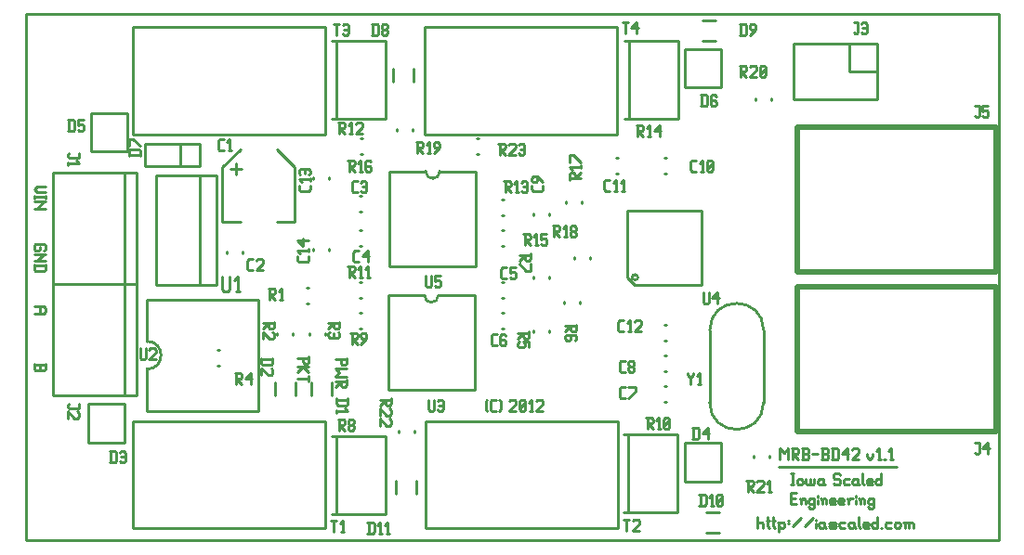
<source format=gbr>
G04 start of page 8 for group -4079 idx -4079 *
G04 Title: (unknown), topsilk *
G04 Creator: pcb 20110918 *
G04 CreationDate: Tue 09 Apr 2013 03:49:42 AM GMT UTC *
G04 For: railfan *
G04 Format: Gerber/RS-274X *
G04 PCB-Dimensions: 350000 190000 *
G04 PCB-Coordinate-Origin: lower left *
%MOIN*%
%FSLAX25Y25*%
%LNTOPSILK*%
%ADD89C,0.0200*%
%ADD88C,0.0100*%
G54D88*X349500Y189500D02*Y500D01*
X500D02*Y189500D01*
Y500D02*X349500D01*
X500Y189500D02*X349500D01*
X270500Y27000D02*X313000D01*
X263000Y9000D02*Y5000D01*
Y6500D02*X263500Y7000D01*
X264500D01*
X265000Y6500D01*
Y5000D01*
X266700Y9000D02*Y5500D01*
X267200Y5000D01*
X266200Y7500D02*X267200D01*
X268700Y9000D02*Y5500D01*
X269200Y5000D01*
X268200Y7500D02*X269200D01*
X270700Y6500D02*Y3500D01*
X270200Y7000D02*X270700Y6500D01*
X271200Y7000D01*
X272200D01*
X272700Y6500D01*
Y5500D01*
X272200Y5000D02*X272700Y5500D01*
X271200Y5000D02*X272200D01*
X270700Y5500D02*X271200Y5000D01*
X273900Y7500D02*X274400D01*
X273900Y6500D02*X274400D01*
X275600Y5500D02*X278600Y8500D01*
X279800Y5500D02*X282800Y8500D01*
X284000Y8000D02*Y7500D01*
Y6500D02*Y5000D01*
X286500Y7000D02*X287000Y6500D01*
X285500Y7000D02*X286500D01*
X285000Y6500D02*X285500Y7000D01*
X285000Y6500D02*Y5500D01*
X285500Y5000D01*
X287000Y7000D02*Y5500D01*
X287500Y5000D01*
X285500D02*X286500D01*
X287000Y5500D01*
X289200Y5000D02*X290700D01*
X291200Y5500D01*
X290700Y6000D02*X291200Y5500D01*
X289200Y6000D02*X290700D01*
X288700Y6500D02*X289200Y6000D01*
X288700Y6500D02*X289200Y7000D01*
X290700D01*
X291200Y6500D01*
X288700Y5500D02*X289200Y5000D01*
X292900Y7000D02*X294400D01*
X292400Y6500D02*X292900Y7000D01*
X292400Y6500D02*Y5500D01*
X292900Y5000D01*
X294400D01*
X297100Y7000D02*X297600Y6500D01*
X296100Y7000D02*X297100D01*
X295600Y6500D02*X296100Y7000D01*
X295600Y6500D02*Y5500D01*
X296100Y5000D01*
X297600Y7000D02*Y5500D01*
X298100Y5000D01*
X296100D02*X297100D01*
X297600Y5500D01*
X299300Y9000D02*Y5500D01*
X299800Y5000D01*
X301300D02*X302800D01*
X300800Y5500D02*X301300Y5000D01*
X300800Y6500D02*Y5500D01*
Y6500D02*X301300Y7000D01*
X302300D01*
X302800Y6500D01*
X300800Y6000D02*X302800D01*
Y6500D02*Y6000D01*
X306000Y9000D02*Y5000D01*
X305500D02*X306000Y5500D01*
X304500Y5000D02*X305500D01*
X304000Y5500D02*X304500Y5000D01*
X304000Y6500D02*Y5500D01*
Y6500D02*X304500Y7000D01*
X305500D01*
X306000Y6500D01*
X307200Y5000D02*X307700D01*
X309400Y7000D02*X310900D01*
X308900Y6500D02*X309400Y7000D01*
X308900Y6500D02*Y5500D01*
X309400Y5000D01*
X310900D01*
X312100Y6500D02*Y5500D01*
Y6500D02*X312600Y7000D01*
X313600D01*
X314100Y6500D01*
Y5500D01*
X313600Y5000D02*X314100Y5500D01*
X312600Y5000D02*X313600D01*
X312100Y5500D02*X312600Y5000D01*
X315800Y6500D02*Y5000D01*
Y6500D02*X316300Y7000D01*
X316800D01*
X317300Y6500D01*
Y5000D01*
Y6500D02*X317800Y7000D01*
X318300D01*
X318800Y6500D01*
Y5000D01*
X315300Y7000D02*X315800Y6500D01*
X275000Y24500D02*X276000D01*
X275500D02*Y20500D01*
X275000D02*X276000D01*
X277200Y22000D02*Y21000D01*
Y22000D02*X277700Y22500D01*
X278700D01*
X279200Y22000D01*
Y21000D01*
X278700Y20500D02*X279200Y21000D01*
X277700Y20500D02*X278700D01*
X277200Y21000D02*X277700Y20500D01*
X280400Y22500D02*Y21000D01*
X280900Y20500D01*
X281400D01*
X281900Y21000D01*
Y22500D02*Y21000D01*
X282400Y20500D01*
X282900D01*
X283400Y21000D01*
Y22500D02*Y21000D01*
X286100Y22500D02*X286600Y22000D01*
X285100Y22500D02*X286100D01*
X284600Y22000D02*X285100Y22500D01*
X284600Y22000D02*Y21000D01*
X285100Y20500D01*
X286600Y22500D02*Y21000D01*
X287100Y20500D01*
X285100D02*X286100D01*
X286600Y21000D01*
X292100Y24500D02*X292600Y24000D01*
X290600Y24500D02*X292100D01*
X290100Y24000D02*X290600Y24500D01*
X290100Y24000D02*Y23000D01*
X290600Y22500D01*
X292100D01*
X292600Y22000D01*
Y21000D01*
X292100Y20500D02*X292600Y21000D01*
X290600Y20500D02*X292100D01*
X290100Y21000D02*X290600Y20500D01*
X294300Y22500D02*X295800D01*
X293800Y22000D02*X294300Y22500D01*
X293800Y22000D02*Y21000D01*
X294300Y20500D01*
X295800D01*
X298500Y22500D02*X299000Y22000D01*
X297500Y22500D02*X298500D01*
X297000Y22000D02*X297500Y22500D01*
X297000Y22000D02*Y21000D01*
X297500Y20500D01*
X299000Y22500D02*Y21000D01*
X299500Y20500D01*
X297500D02*X298500D01*
X299000Y21000D01*
X300700Y24500D02*Y21000D01*
X301200Y20500D01*
X302700D02*X304200D01*
X302200Y21000D02*X302700Y20500D01*
X302200Y22000D02*Y21000D01*
Y22000D02*X302700Y22500D01*
X303700D01*
X304200Y22000D01*
X302200Y21500D02*X304200D01*
Y22000D02*Y21500D01*
X307400Y24500D02*Y20500D01*
X306900D02*X307400Y21000D01*
X305900Y20500D02*X306900D01*
X305400Y21000D02*X305900Y20500D01*
X305400Y22000D02*Y21000D01*
Y22000D02*X305900Y22500D01*
X306900D01*
X307400Y22000D01*
X275000Y15500D02*X276500D01*
X275000Y13500D02*X277000D01*
X275000Y17500D02*Y13500D01*
Y17500D02*X277000D01*
X278700Y15000D02*Y13500D01*
Y15000D02*X279200Y15500D01*
X279700D01*
X280200Y15000D01*
Y13500D01*
X278200Y15500D02*X278700Y15000D01*
X282900Y15500D02*X283400Y15000D01*
X281900Y15500D02*X282900D01*
X281400Y15000D02*X281900Y15500D01*
X281400Y15000D02*Y14000D01*
X281900Y13500D01*
X282900D01*
X283400Y14000D01*
X281400Y12500D02*X281900Y12000D01*
X282900D01*
X283400Y12500D01*
Y15500D02*Y12500D01*
X284600Y16500D02*Y16000D01*
Y15000D02*Y13500D01*
X286100Y15000D02*Y13500D01*
Y15000D02*X286600Y15500D01*
X287100D01*
X287600Y15000D01*
Y13500D01*
X285600Y15500D02*X286100Y15000D01*
X289300Y13500D02*X290800D01*
X288800Y14000D02*X289300Y13500D01*
X288800Y15000D02*Y14000D01*
Y15000D02*X289300Y15500D01*
X290300D01*
X290800Y15000D01*
X288800Y14500D02*X290800D01*
Y15000D02*Y14500D01*
X292500Y13500D02*X294000D01*
X292000Y14000D02*X292500Y13500D01*
X292000Y15000D02*Y14000D01*
Y15000D02*X292500Y15500D01*
X293500D01*
X294000Y15000D01*
X292000Y14500D02*X294000D01*
Y15000D02*Y14500D01*
X295700Y15000D02*Y13500D01*
Y15000D02*X296200Y15500D01*
X297200D01*
X295200D02*X295700Y15000D01*
X298400Y16500D02*Y16000D01*
Y15000D02*Y13500D01*
X299900Y15000D02*Y13500D01*
Y15000D02*X300400Y15500D01*
X300900D01*
X301400Y15000D01*
Y13500D01*
X299400Y15500D02*X299900Y15000D01*
X304100Y15500D02*X304600Y15000D01*
X303100Y15500D02*X304100D01*
X302600Y15000D02*X303100Y15500D01*
X302600Y15000D02*Y14000D01*
X303100Y13500D01*
X304100D01*
X304600Y14000D01*
X302600Y12500D02*X303100Y12000D01*
X304100D01*
X304600Y12500D01*
Y15500D02*Y12500D01*
X3500Y64000D02*Y62000D01*
X4000Y61500D01*
X5000D01*
X5500Y62000D02*X5000Y61500D01*
X5500Y63500D02*Y62000D01*
X3500Y63500D02*X7500D01*
Y64000D02*Y62000D01*
X7000Y61500D01*
X6000D02*X7000D01*
X5500Y62000D02*X6000Y61500D01*
X7500Y105000D02*X7000Y104500D01*
X7500Y106500D02*Y105000D01*
X7000Y107000D02*X7500Y106500D01*
X4000Y107000D02*X7000D01*
X4000D02*X3500Y106500D01*
Y105000D01*
X4000Y104500D01*
X5000D01*
X5500Y105000D02*X5000Y104500D01*
X5500Y106000D02*Y105000D01*
X3500Y103300D02*X7500D01*
X7000D02*X7500D01*
X7000D02*X4500Y100800D01*
X3500D02*X7500D01*
X3500Y99100D02*X7500D01*
Y97600D02*X7000Y97100D01*
X4000D02*X7000D01*
X3500Y97600D02*X4000Y97100D01*
X3500Y99600D02*Y97600D01*
X7500Y99600D02*Y97600D01*
X4500Y127500D02*X7500D01*
X4500D02*X3500Y126500D01*
X4500Y125500D01*
X7500D01*
Y124300D02*Y123300D01*
X3500Y123800D02*X7500D01*
X3500Y124300D02*Y123300D01*
Y122100D02*X7500D01*
X7000D02*X7500D01*
X7000D02*X4500Y119600D01*
X3500D02*X7500D01*
X3500Y84500D02*X7000D01*
X7500Y84000D01*
Y82500D01*
X7000Y82000D01*
X3500D02*X7000D01*
X5500Y84500D02*Y82000D01*
X271000Y33500D02*Y29500D01*
Y33500D02*X272500Y32000D01*
X274000Y33500D01*
Y29500D01*
X275200Y33500D02*X277200D01*
X277700Y33000D01*
Y32000D01*
X277200Y31500D02*X277700Y32000D01*
X275700Y31500D02*X277200D01*
X275700Y33500D02*Y29500D01*
Y31500D02*X277700Y29500D01*
X278900D02*X280900D01*
X281400Y30000D01*
Y31000D02*Y30000D01*
X280900Y31500D02*X281400Y31000D01*
X279400Y31500D02*X280900D01*
X279400Y33500D02*Y29500D01*
X278900Y33500D02*X280900D01*
X281400Y33000D01*
Y32000D01*
X280900Y31500D02*X281400Y32000D01*
X282600Y31500D02*X284600D01*
X285800Y29500D02*X287800D01*
X288300Y30000D01*
Y31000D02*Y30000D01*
X287800Y31500D02*X288300Y31000D01*
X286300Y31500D02*X287800D01*
X286300Y33500D02*Y29500D01*
X285800Y33500D02*X287800D01*
X288300Y33000D01*
Y32000D01*
X287800Y31500D02*X288300Y32000D01*
X290000Y33500D02*Y29500D01*
X291500Y33500D02*X292000Y33000D01*
Y30000D01*
X291500Y29500D02*X292000Y30000D01*
X289500Y29500D02*X291500D01*
X289500Y33500D02*X291500D01*
X293200Y31500D02*X295200Y33500D01*
X293200Y31500D02*X295700D01*
X295200Y33500D02*Y29500D01*
X296900Y33000D02*X297400Y33500D01*
X298900D01*
X299400Y33000D01*
Y32000D01*
X296900Y29500D02*X299400Y32000D01*
X296900Y29500D02*X299400D01*
X302400Y31500D02*Y30500D01*
X303400Y29500D01*
X304400Y30500D01*
Y31500D02*Y30500D01*
X306100Y29500D02*X307100D01*
X306600Y33500D02*Y29500D01*
X305600Y32500D02*X306600Y33500D01*
X308300Y29500D02*X308800D01*
X310500D02*X311500D01*
X311000Y33500D02*Y29500D01*
X310000Y32500D02*X311000Y33500D01*
X165500Y47500D02*X166000Y47000D01*
X165500Y50500D02*X166000Y51000D01*
X165500Y50500D02*Y47500D01*
X167700Y47000D02*X169200D01*
X167200Y47500D02*X167700Y47000D01*
X167200Y50500D02*Y47500D01*
Y50500D02*X167700Y51000D01*
X169200D01*
X170400D02*X170900Y50500D01*
Y47500D01*
X170400Y47000D02*X170900Y47500D01*
X173900Y50500D02*X174400Y51000D01*
X175900D01*
X176400Y50500D01*
Y49500D01*
X173900Y47000D02*X176400Y49500D01*
X173900Y47000D02*X176400D01*
X177600Y47500D02*X178100Y47000D01*
X177600Y50500D02*Y47500D01*
Y50500D02*X178100Y51000D01*
X179100D01*
X179600Y50500D01*
Y47500D01*
X179100Y47000D02*X179600Y47500D01*
X178100Y47000D02*X179100D01*
X177600Y48000D02*X179600Y50000D01*
X181300Y47000D02*X182300D01*
X181800Y51000D02*Y47000D01*
X180800Y50000D02*X181800Y51000D01*
X183500Y50500D02*X184000Y51000D01*
X185500D01*
X186000Y50500D01*
Y49500D01*
X183500Y47000D02*X186000Y49500D01*
X183500Y47000D02*X186000D01*
X111500Y65500D02*X115500D01*
Y66000D02*Y64000D01*
X115000Y63500D01*
X114000D02*X115000D01*
X113500Y64000D02*X114000Y63500D01*
X113500Y65500D02*Y64000D01*
X111500Y62300D02*X115500D01*
X111500D02*X113000Y60800D01*
X111500Y59300D01*
X115500D01*
Y58100D02*Y56100D01*
X115000Y55600D01*
X114000D02*X115000D01*
X113500Y56100D02*X114000Y55600D01*
X113500Y57600D02*Y56100D01*
X111500Y57600D02*X115500D01*
X113500D02*X111500Y55600D01*
X98000Y66000D02*X102000D01*
Y66500D02*Y64500D01*
X101500Y64000D01*
X100500D02*X101500D01*
X100000Y64500D02*X100500Y64000D01*
X100000Y66000D02*Y64500D01*
X98000Y62800D02*X102000D01*
X100000D02*X102000Y60800D01*
X100000Y62800D02*X98000Y60800D01*
X102000Y59600D02*Y57600D01*
X98000Y58600D02*X102000D01*
X108000Y43250D02*Y4750D01*
X39000Y43250D02*Y4750D01*
X108000D01*
X39000Y43250D02*X108000D01*
X69107Y63245D02*X69893D01*
X69107Y68755D02*X69893D01*
X97240Y57362D02*Y52638D01*
X89760Y57362D02*Y52638D01*
X35800Y49500D02*X23000D01*
X35800Y35600D02*Y49500D01*
X23000Y35600D02*X35800D01*
X23000Y49500D02*Y35600D01*
X47157Y131685D02*X68811D01*
X47157Y92315D02*X68811D01*
X62905Y131685D02*Y92315D01*
X68811Y131685D02*Y92315D01*
X47157Y131685D02*Y92315D01*
X78255Y104393D02*Y103607D01*
X72745Y104393D02*Y103607D01*
X96255Y74893D02*Y74107D01*
X90745Y74893D02*Y74107D01*
X10200Y92500D02*X40200D01*
X10200Y132500D02*X40200D01*
X35800D02*Y92500D01*
X40200Y132500D02*Y92500D01*
X10200Y132500D02*Y92500D01*
X44000Y87000D02*Y72000D01*
Y62000D02*Y47000D01*
Y87000D02*X84000D01*
Y47000D01*
X44000D02*X84000D01*
X44000Y62000D02*G75*G03X44000Y72000I0J5000D01*G01*
X76000Y136000D02*Y132000D01*
X74000Y134000D02*X78000D01*
X71008Y134496D02*X77504Y140992D01*
X96992Y134496D02*X90496Y140992D01*
X71008Y134496D02*Y115008D01*
X96992Y134496D02*Y115008D01*
X90496D02*X96992D01*
X71008D02*X77504D01*
X10200Y52500D02*X40200D01*
X10200Y92500D02*X40200D01*
X35800D02*Y52500D01*
X40200Y92500D02*Y52500D01*
X10200Y92500D02*Y52500D01*
X56000Y143000D02*Y135000D01*
X43100Y143000D02*Y135000D01*
X62800Y143000D02*Y135000D01*
X43100D02*X62800D01*
X43100Y143000D02*X62800D01*
X36800Y154000D02*X24000D01*
X36800Y140100D02*Y154000D01*
X24000Y140100D02*X36800D01*
X24000Y154000D02*Y140100D01*
X216500Y38450D02*Y10550D01*
X234100Y38450D02*Y10550D01*
X214900D02*X234100D01*
X214900Y38450D02*X234100D01*
X249800Y35500D02*X237000D01*
X249800Y21600D02*Y35500D01*
X237000Y21600D02*X249800D01*
X237000Y35500D02*Y21600D01*
X267255Y30893D02*Y30107D01*
X261745Y30893D02*Y30107D01*
X244638Y3260D02*X249362D01*
X244638Y10740D02*X249362D01*
X245854Y75992D02*Y50008D01*
X265146Y75992D02*Y50008D01*
Y75992D02*G75*G03X245854Y75992I-9646J0D01*G01*
Y50008D02*G75*G03X265146Y50008I9646J0D01*G01*
X229607Y77755D02*X230393D01*
X229607Y72245D02*X230393D01*
X229607Y55755D02*X230393D01*
X229607Y50245D02*X230393D01*
X229607Y66755D02*X230393D01*
X229607Y61245D02*X230393D01*
X262245Y159393D02*Y158607D01*
X267755Y159393D02*Y158607D01*
X212107Y132245D02*X212893D01*
X212107Y137755D02*X212893D01*
X249800Y177000D02*X237000D01*
X249800Y163100D02*Y177000D01*
X237000Y163100D02*X249800D01*
X237000Y177000D02*Y163100D01*
X229607Y137755D02*X230393D01*
X229607Y132245D02*X230393D01*
X217000Y179950D02*Y152050D01*
X234600Y179950D02*Y152050D01*
X215400D02*X234600D01*
X215400Y179950D02*X234600D01*
X193745Y86393D02*Y85607D01*
X199255Y86393D02*Y85607D01*
X197245Y102393D02*Y101607D01*
X202755Y102393D02*Y101607D01*
X188255Y117893D02*Y117107D01*
X182745Y117893D02*Y117107D01*
X199755Y122393D02*Y121607D01*
X194245Y122393D02*Y121607D01*
X219021Y92121D02*X216121Y95021D01*
X219021Y92121D02*X242879D01*
Y118879D02*Y92121D01*
X216121Y118879D02*X242879D01*
X216121D02*Y95021D01*
X219021Y94021D02*G75*G03X219021Y94021I0J1000D01*G01*
X213000Y43250D02*Y4750D01*
X144000Y43250D02*Y4750D01*
X213000D01*
X144000Y43250D02*X213000D01*
X188255Y95393D02*Y94607D01*
X182745Y95393D02*Y94607D01*
X171107Y106245D02*X171893D01*
X171107Y111755D02*X171893D01*
X171107Y87745D02*X171893D01*
X171107Y93255D02*X171893D01*
X188255Y75893D02*Y75107D01*
X182745Y75893D02*Y75107D01*
X171107Y117245D02*X171893D01*
X171107Y122755D02*X171893D01*
X171107Y76745D02*X171893D01*
X171107Y82255D02*X171893D01*
X212500Y184750D02*Y146250D01*
X143500Y184750D02*Y146250D01*
X212500D01*
X143500Y184750D02*X212500D01*
X162107Y144755D02*X162893D01*
X162107Y139245D02*X162893D01*
X243138Y179760D02*X247862D01*
X243138Y187240D02*X247862D01*
X148500Y88500D02*X161500D01*
X130500D02*X143500D01*
X161500D02*Y54500D01*
X130500D02*X161500D01*
X130500Y88500D02*Y54500D01*
X143500Y88500D02*G75*G03X148500Y88500I2500J0D01*G01*
X140740Y21862D02*Y17138D01*
X133260Y21862D02*Y17138D01*
X139755Y39893D02*Y39107D01*
X134245Y39893D02*Y39107D01*
X149000Y133000D02*X162000D01*
X131000D02*X144000D01*
X162000D02*Y99000D01*
X131000D02*X162000D01*
X131000Y133000D02*Y99000D01*
X144000Y133000D02*G75*G03X149000Y133000I2500J0D01*G01*
X103745Y130893D02*Y130107D01*
X109255Y130893D02*Y130107D01*
X120607Y144755D02*X121393D01*
X120607Y139245D02*X121393D01*
X108000Y184750D02*Y146250D01*
X39000Y184750D02*Y146250D01*
X108000D01*
X39000Y184750D02*X108000D01*
X102760Y57362D02*Y52638D01*
X110240Y57362D02*Y52638D01*
X101107Y91255D02*X101893D01*
X101107Y85745D02*X101893D01*
X120107Y82255D02*X120893D01*
X120107Y76745D02*X120893D01*
X120107Y93255D02*X120893D01*
X120107Y87745D02*X120893D01*
X107755Y74893D02*Y74107D01*
X102245Y74893D02*Y74107D01*
X112000Y37950D02*Y10050D01*
X129600Y37950D02*Y10050D01*
X110400D02*X129600D01*
X110400Y37950D02*X129600D01*
X112000Y179950D02*Y152050D01*
X129600Y179950D02*Y152050D01*
X110400D02*X129600D01*
X110400Y179950D02*X129600D01*
X132260Y169862D02*Y165138D01*
X139740Y169862D02*Y165138D01*
X133745Y148393D02*Y147607D01*
X139255Y148393D02*Y147607D01*
X109255Y105393D02*Y104607D01*
X103745Y105393D02*Y104607D01*
X120107Y111755D02*X120893D01*
X120107Y106245D02*X120893D01*
X120107Y124255D02*X120893D01*
X120107Y118745D02*X120893D01*
X296000Y169000D02*X306000D01*
X296000Y179000D02*Y169000D01*
X306000Y179000D02*Y159000D01*
X276000D02*X306000D01*
X276000Y179000D02*Y159000D01*
Y179000D02*X306000D01*
G54D89*X348500Y97000D02*X348520Y149000D01*
X277200D02*Y97000D01*
X348500D01*
X277200Y149000D02*X348500D01*
Y39500D02*X348520Y91500D01*
X277200D02*Y39500D01*
X348500D01*
X277200Y91500D02*X348500D01*
G54D88*X110000Y7500D02*X112000D01*
X111000D02*Y3500D01*
X113700D02*X114700D01*
X114200Y7500D02*Y3500D01*
X113200Y6500D02*X114200Y7500D01*
X145000Y51000D02*Y47500D01*
X145500Y47000D01*
X146500D01*
X147000Y47500D01*
Y51000D02*Y47500D01*
X148200Y50500D02*X148700Y51000D01*
X149700D01*
X150200Y50500D01*
Y47500D01*
X149700Y47000D02*X150200Y47500D01*
X148700Y47000D02*X149700D01*
X148200Y47500D02*X148700Y47000D01*
Y49000D02*X150200D01*
X123500Y7000D02*Y3000D01*
X125000Y7000D02*X125500Y6500D01*
Y3500D01*
X125000Y3000D02*X125500Y3500D01*
X123000Y3000D02*X125000D01*
X123000Y7000D02*X125000D01*
X127200Y3000D02*X128200D01*
X127700Y7000D02*Y3000D01*
X126700Y6000D02*X127700Y7000D01*
X129900Y3000D02*X130900D01*
X130400Y7000D02*Y3000D01*
X129400Y6000D02*X130400Y7000D01*
X112500Y44000D02*X114500D01*
X115000Y43500D01*
Y42500D01*
X114500Y42000D02*X115000Y42500D01*
X113000Y42000D02*X114500D01*
X113000Y44000D02*Y40000D01*
Y42000D02*X115000Y40000D01*
X116200Y40500D02*X116700Y40000D01*
X116200Y41500D02*Y40500D01*
Y41500D02*X116700Y42000D01*
X117700D01*
X118200Y41500D01*
Y40500D01*
X117700Y40000D02*X118200Y40500D01*
X116700Y40000D02*X117700D01*
X116200Y42500D02*X116700Y42000D01*
X116200Y43500D02*Y42500D01*
Y43500D02*X116700Y44000D01*
X117700D01*
X118200Y43500D01*
Y42500D01*
X117700Y42000D02*X118200Y42500D01*
X75500Y60500D02*X77500D01*
X78000Y60000D01*
Y59000D01*
X77500Y58500D02*X78000Y59000D01*
X76000Y58500D02*X77500D01*
X76000Y60500D02*Y56500D01*
Y58500D02*X78000Y56500D01*
X79200Y58500D02*X81200Y60500D01*
X79200Y58500D02*X81700D01*
X81200Y60500D02*Y56500D01*
X41500Y69500D02*Y66000D01*
X42000Y65500D01*
X43000D01*
X43500Y66000D01*
Y69500D02*Y66000D01*
X44700Y69000D02*X45200Y69500D01*
X46700D01*
X47200Y69000D01*
Y68000D01*
X44700Y65500D02*X47200Y68000D01*
X44700Y65500D02*X47200D01*
X131500Y51500D02*Y49500D01*
X131000Y49000D01*
X130000D02*X131000D01*
X129500Y49500D02*X130000Y49000D01*
X129500Y51000D02*Y49500D01*
X127500Y51000D02*X131500D01*
X129500D02*X127500Y49000D01*
X131000Y47800D02*X131500Y47300D01*
Y45800D01*
X131000Y45300D01*
X130000D02*X131000D01*
X127500Y47800D02*X130000Y45300D01*
X127500Y47800D02*Y45300D01*
X131000Y44100D02*X131500Y43600D01*
Y42100D01*
X131000Y41600D01*
X130000D02*X131000D01*
X127500Y44100D02*X130000Y41600D01*
X127500Y44100D02*Y41600D01*
X19500Y49500D02*Y48000D01*
X16000D02*X19500D01*
X15500Y48500D02*X16000Y48000D01*
X15500Y49000D02*Y48500D01*
X16000Y49500D02*X15500Y49000D01*
X19000Y46800D02*X19500Y46300D01*
Y44800D01*
X19000Y44300D01*
X18000D02*X19000D01*
X15500Y46800D02*X18000Y44300D01*
X15500Y46800D02*Y44300D01*
X31000Y32500D02*Y28500D01*
X32500Y32500D02*X33000Y32000D01*
Y29000D01*
X32500Y28500D02*X33000Y29000D01*
X30500Y28500D02*X32500D01*
X30500Y32500D02*X32500D01*
X34200Y32000D02*X34700Y32500D01*
X35700D01*
X36200Y32000D01*
Y29000D01*
X35700Y28500D02*X36200Y29000D01*
X34700Y28500D02*X35700D01*
X34200Y29000D02*X34700Y28500D01*
Y30500D02*X36200D01*
X223000Y44500D02*X225000D01*
X225500Y44000D01*
Y43000D01*
X225000Y42500D02*X225500Y43000D01*
X223500Y42500D02*X225000D01*
X223500Y44500D02*Y40500D01*
Y42500D02*X225500Y40500D01*
X227200D02*X228200D01*
X227700Y44500D02*Y40500D01*
X226700Y43500D02*X227700Y44500D01*
X229400Y41000D02*X229900Y40500D01*
X229400Y44000D02*Y41000D01*
Y44000D02*X229900Y44500D01*
X230900D01*
X231400Y44000D01*
Y41000D01*
X230900Y40500D02*X231400Y41000D01*
X229900Y40500D02*X230900D01*
X229400Y41500D02*X231400Y43500D01*
X341000Y35500D02*X342500D01*
Y32000D01*
X342000Y31500D02*X342500Y32000D01*
X341500Y31500D02*X342000D01*
X341000Y32000D02*X341500Y31500D01*
X343700Y33500D02*X345700Y35500D01*
X343700Y33500D02*X346200D01*
X345700Y35500D02*Y31500D01*
X240000Y41000D02*Y37000D01*
X241500Y41000D02*X242000Y40500D01*
Y37500D01*
X241500Y37000D02*X242000Y37500D01*
X239500Y37000D02*X241500D01*
X239500Y41000D02*X241500D01*
X243200Y39000D02*X245200Y41000D01*
X243200Y39000D02*X245700D01*
X245200Y41000D02*Y37000D01*
X256500Y171000D02*X258500D01*
X259000Y170500D01*
Y169500D01*
X258500Y169000D02*X259000Y169500D01*
X257000Y169000D02*X258500D01*
X257000Y171000D02*Y167000D01*
Y169000D02*X259000Y167000D01*
X260200Y170500D02*X260700Y171000D01*
X262200D01*
X262700Y170500D01*
Y169500D01*
X260200Y167000D02*X262700Y169500D01*
X260200Y167000D02*X262700D01*
X263900Y167500D02*X264400Y167000D01*
X263900Y170500D02*Y167500D01*
Y170500D02*X264400Y171000D01*
X265400D01*
X265900Y170500D01*
Y167500D01*
X265400Y167000D02*X265900Y167500D01*
X264400Y167000D02*X265400D01*
X263900Y168000D02*X265900Y170000D01*
X243000Y160500D02*Y156500D01*
X244500Y160500D02*X245000Y160000D01*
Y157000D01*
X244500Y156500D02*X245000Y157000D01*
X242500Y156500D02*X244500D01*
X242500Y160500D02*X244500D01*
X247700D02*X248200Y160000D01*
X246700Y160500D02*X247700D01*
X246200Y160000D02*X246700Y160500D01*
X246200Y160000D02*Y157000D01*
X246700Y156500D01*
X247700Y158500D02*X248200Y158000D01*
X246200Y158500D02*X247700D01*
X246700Y156500D02*X247700D01*
X248200Y157000D01*
Y158000D02*Y157000D01*
X239500Y133000D02*X241000D01*
X239000Y133500D02*X239500Y133000D01*
X239000Y136500D02*Y133500D01*
Y136500D02*X239500Y137000D01*
X241000D01*
X242700Y133000D02*X243700D01*
X243200Y137000D02*Y133000D01*
X242200Y136000D02*X243200Y137000D01*
X244900Y133500D02*X245400Y133000D01*
X244900Y136500D02*Y133500D01*
Y136500D02*X245400Y137000D01*
X246400D01*
X246900Y136500D01*
Y133500D01*
X246400Y133000D02*X246900Y133500D01*
X245400Y133000D02*X246400D01*
X244900Y134000D02*X246900Y136000D01*
X219500Y149500D02*X221500D01*
X222000Y149000D01*
Y148000D01*
X221500Y147500D02*X222000Y148000D01*
X220000Y147500D02*X221500D01*
X220000Y149500D02*Y145500D01*
Y147500D02*X222000Y145500D01*
X223700D02*X224700D01*
X224200Y149500D02*Y145500D01*
X223200Y148500D02*X224200Y149500D01*
X225900Y147500D02*X227900Y149500D01*
X225900Y147500D02*X228400D01*
X227900Y149500D02*Y145500D01*
X341000Y156500D02*X342500D01*
Y153000D01*
X342000Y152500D02*X342500Y153000D01*
X341500Y152500D02*X342000D01*
X341000Y153000D02*X341500Y152500D01*
X343700Y156500D02*X345700D01*
X343700D02*Y154500D01*
X344200Y155000D01*
X345200D01*
X345700Y154500D01*
Y153000D01*
X345200Y152500D02*X345700Y153000D01*
X344200Y152500D02*X345200D01*
X343700Y153000D02*X344200Y152500D01*
X215000Y8000D02*X217000D01*
X216000D02*Y4000D01*
X218200Y7500D02*X218700Y8000D01*
X220200D01*
X220700Y7500D01*
Y6500D01*
X218200Y4000D02*X220700Y6500D01*
X218200Y4000D02*X220700D01*
X238000Y60500D02*Y60000D01*
X239000Y59000D01*
X240000Y60000D01*
Y60500D02*Y60000D01*
X239000Y59000D02*Y56500D01*
X241700D02*X242700D01*
X242200Y60500D02*Y56500D01*
X241200Y59500D02*X242200Y60500D01*
X242500Y17000D02*Y13000D01*
X244000Y17000D02*X244500Y16500D01*
Y13500D01*
X244000Y13000D02*X244500Y13500D01*
X242000Y13000D02*X244000D01*
X242000Y17000D02*X244000D01*
X246200Y13000D02*X247200D01*
X246700Y17000D02*Y13000D01*
X245700Y16000D02*X246700Y17000D01*
X248400Y13500D02*X248900Y13000D01*
X248400Y16500D02*Y13500D01*
Y16500D02*X248900Y17000D01*
X249900D01*
X250400Y16500D01*
Y13500D01*
X249900Y13000D02*X250400Y13500D01*
X248900Y13000D02*X249900D01*
X248400Y14000D02*X250400Y16000D01*
X259000Y22000D02*X261000D01*
X261500Y21500D01*
Y20500D01*
X261000Y20000D02*X261500Y20500D01*
X259500Y20000D02*X261000D01*
X259500Y22000D02*Y18000D01*
Y20000D02*X261500Y18000D01*
X262700Y21500D02*X263200Y22000D01*
X264700D01*
X265200Y21500D01*
Y20500D01*
X262700Y18000D02*X265200Y20500D01*
X262700Y18000D02*X265200D01*
X266900D02*X267900D01*
X267400Y22000D02*Y18000D01*
X266400Y21000D02*X267400Y22000D01*
X243500Y89500D02*Y86000D01*
X244000Y85500D01*
X245000D01*
X245500Y86000D01*
Y89500D02*Y86000D01*
X246700Y87500D02*X248700Y89500D01*
X246700Y87500D02*X249200D01*
X248700Y89500D02*Y85500D01*
X213500Y75500D02*X215000D01*
X213000Y76000D02*X213500Y75500D01*
X213000Y79000D02*Y76000D01*
Y79000D02*X213500Y79500D01*
X215000D01*
X216700Y75500D02*X217700D01*
X217200Y79500D02*Y75500D01*
X216200Y78500D02*X217200Y79500D01*
X218900Y79000D02*X219400Y79500D01*
X220900D01*
X221400Y79000D01*
Y78000D01*
X218900Y75500D02*X221400Y78000D01*
X218900Y75500D02*X221400D01*
X208500Y126000D02*X210000D01*
X208000Y126500D02*X208500Y126000D01*
X208000Y129500D02*Y126500D01*
Y129500D02*X208500Y130000D01*
X210000D01*
X211700Y126000D02*X212700D01*
X212200Y130000D02*Y126000D01*
X211200Y129000D02*X212200Y130000D01*
X214400Y126000D02*X215400D01*
X214900Y130000D02*Y126000D01*
X213900Y129000D02*X214900Y130000D01*
X214000Y51500D02*X215500D01*
X213500Y52000D02*X214000Y51500D01*
X213500Y55000D02*Y52000D01*
Y55000D02*X214000Y55500D01*
X215500D01*
X216700Y51500D02*X219200Y54000D01*
Y55500D02*Y54000D01*
X216700Y55500D02*X219200D01*
X214000Y61000D02*X215500D01*
X213500Y61500D02*X214000Y61000D01*
X213500Y64500D02*Y61500D01*
Y64500D02*X214000Y65000D01*
X215500D01*
X216700Y61500D02*X217200Y61000D01*
X216700Y62500D02*Y61500D01*
Y62500D02*X217200Y63000D01*
X218200D01*
X218700Y62500D01*
Y61500D01*
X218200Y61000D02*X218700Y61500D01*
X217200Y61000D02*X218200D01*
X216700Y63500D02*X217200Y63000D01*
X216700Y64500D02*Y63500D01*
Y64500D02*X217200Y65000D01*
X218200D01*
X218700Y64500D01*
Y63500D01*
X218200Y63000D02*X218700Y63500D01*
X214500Y186500D02*X216500D01*
X215500D02*Y182500D01*
X217700Y184500D02*X219700Y186500D01*
X217700Y184500D02*X220200D01*
X219700Y186500D02*Y182500D01*
X297500Y186500D02*X299000D01*
Y183000D01*
X298500Y182500D02*X299000Y183000D01*
X298000Y182500D02*X298500D01*
X297500Y183000D02*X298000Y182500D01*
X300200Y186000D02*X300700Y186500D01*
X301700D01*
X302200Y186000D01*
Y183000D01*
X301700Y182500D02*X302200Y183000D01*
X300700Y182500D02*X301700D01*
X300200Y183000D02*X300700Y182500D01*
Y184500D02*X302200D01*
X257000Y186000D02*Y182000D01*
X258500Y186000D02*X259000Y185500D01*
Y182500D01*
X258500Y182000D02*X259000Y182500D01*
X256500Y182000D02*X258500D01*
X256500Y186000D02*X258500D01*
X260200Y182000D02*X262200Y184000D01*
Y185500D02*Y184000D01*
X261700Y186000D02*X262200Y185500D01*
X260700Y186000D02*X261700D01*
X260200Y185500D02*X260700Y186000D01*
X260200Y185500D02*Y184500D01*
X260700Y184000D01*
X262200D01*
X71000Y95170D02*Y90515D01*
X71665Y89850D01*
X72995D01*
X73660Y90515D01*
Y95170D02*Y90515D01*
X75921Y89850D02*X77251D01*
X76586Y95170D02*Y89850D01*
X75256Y93840D02*X76586Y95170D01*
X112000Y51000D02*X116000D01*
Y49500D02*X115500Y49000D01*
X112500D02*X115500D01*
X112000Y49500D02*X112500Y49000D01*
X112000Y51500D02*Y49500D01*
X116000Y51500D02*Y49500D01*
X112000Y47300D02*Y46300D01*
Y46800D02*X116000D01*
X115000Y47800D02*X116000Y46800D01*
X87500Y91000D02*X89500D01*
X90000Y90500D01*
Y89500D01*
X89500Y89000D02*X90000Y89500D01*
X88000Y89000D02*X89500D01*
X88000Y91000D02*Y87000D01*
Y89000D02*X90000Y87000D01*
X91700D02*X92700D01*
X92200Y91000D02*Y87000D01*
X91200Y90000D02*X92200Y91000D01*
X89500Y79000D02*Y77000D01*
X89000Y76500D01*
X88000D02*X89000D01*
X87500Y77000D02*X88000Y76500D01*
X87500Y78500D02*Y77000D01*
X85500Y78500D02*X89500D01*
X87500D02*X85500Y76500D01*
X89000Y75300D02*X89500Y74800D01*
Y73300D01*
X89000Y72800D01*
X88000D02*X89000D01*
X85500Y75300D02*X88000Y72800D01*
X85500Y75300D02*Y72800D01*
X85000Y65500D02*X89000D01*
Y64000D02*X88500Y63500D01*
X85500D02*X88500D01*
X85000Y64000D02*X85500Y63500D01*
X85000Y66000D02*Y64000D01*
X89000Y66000D02*Y64000D01*
X88500Y62300D02*X89000Y61800D01*
Y60300D01*
X88500Y59800D01*
X87500D02*X88500D01*
X85000Y62300D02*X87500Y59800D01*
X85000Y62300D02*Y59800D01*
X113000Y79000D02*Y77000D01*
X112500Y76500D01*
X111500D02*X112500D01*
X111000Y77000D02*X111500Y76500D01*
X111000Y78500D02*Y77000D01*
X109000Y78500D02*X113000D01*
X111000D02*X109000Y76500D01*
X112500Y75300D02*X113000Y74800D01*
Y73800D01*
X112500Y73300D01*
X109500D02*X112500D01*
X109000Y73800D02*X109500Y73300D01*
X109000Y74800D02*Y73800D01*
X109500Y75300D02*X109000Y74800D01*
X111000D02*Y73300D01*
X118500Y100500D02*X120000D01*
X118000Y101000D02*X118500Y100500D01*
X118000Y104000D02*Y101000D01*
Y104000D02*X118500Y104500D01*
X120000D01*
X121200Y102500D02*X123200Y104500D01*
X121200Y102500D02*X123700D01*
X123200Y104500D02*Y100500D01*
X117000Y75000D02*X119000D01*
X119500Y74500D01*
Y73500D01*
X119000Y73000D02*X119500Y73500D01*
X117500Y73000D02*X119000D01*
X117500Y75000D02*Y71000D01*
Y73000D02*X119500Y71000D01*
X120700D02*X122700Y73000D01*
Y74500D02*Y73000D01*
X122200Y75000D02*X122700Y74500D01*
X121200Y75000D02*X122200D01*
X120700Y74500D02*X121200Y75000D01*
X120700Y74500D02*Y73500D01*
X121200Y73000D01*
X122700D01*
X116000Y99000D02*X118000D01*
X118500Y98500D01*
Y97500D01*
X118000Y97000D02*X118500Y97500D01*
X116500Y97000D02*X118000D01*
X116500Y99000D02*Y95000D01*
Y97000D02*X118500Y95000D01*
X120200D02*X121200D01*
X120700Y99000D02*Y95000D01*
X119700Y98000D02*X120700Y99000D01*
X122900Y95000D02*X123900D01*
X123400Y99000D02*Y95000D01*
X122400Y98000D02*X123400Y99000D01*
X80500Y97500D02*X82000D01*
X80000Y98000D02*X80500Y97500D01*
X80000Y101000D02*Y98000D01*
Y101000D02*X80500Y101500D01*
X82000D01*
X83200Y101000D02*X83700Y101500D01*
X85200D01*
X85700Y101000D01*
Y100000D01*
X83200Y97500D02*X85700Y100000D01*
X83200Y97500D02*X85700D01*
X102500Y128000D02*Y126500D01*
X102000Y126000D02*X102500Y126500D01*
X99000Y126000D02*X102000D01*
X99000D02*X98500Y126500D01*
Y128000D02*Y126500D01*
X102500Y130700D02*Y129700D01*
X98500Y130200D02*X102500D01*
X99500Y129200D02*X98500Y130200D01*
X99000Y131900D02*X98500Y132400D01*
Y133400D02*Y132400D01*
Y133400D02*X99000Y133900D01*
X102000D01*
X102500Y133400D02*X102000Y133900D01*
X102500Y133400D02*Y132400D01*
X102000Y131900D02*X102500Y132400D01*
X100500Y133900D02*Y132400D01*
X102000Y102500D02*Y101000D01*
X101500Y100500D02*X102000Y101000D01*
X98500Y100500D02*X101500D01*
X98500D02*X98000Y101000D01*
Y102500D02*Y101000D01*
X102000Y105200D02*Y104200D01*
X98000Y104700D02*X102000D01*
X99000Y103700D02*X98000Y104700D01*
X100000Y106400D02*X98000Y108400D01*
X100000Y108900D02*Y106400D01*
X98000Y108400D02*X102000D01*
X19500Y139500D02*Y138000D01*
X16000D02*X19500D01*
X15500Y138500D02*X16000Y138000D01*
X15500Y139000D02*Y138500D01*
X16000Y139500D02*X15500Y139000D01*
Y136300D02*Y135300D01*
Y135800D02*X19500D01*
X18500Y136800D02*X19500Y135800D01*
X37500Y139000D02*X41500D01*
X37500Y140500D02*X38000Y141000D01*
X41000D01*
X41500Y140500D02*X41000Y141000D01*
X41500Y140500D02*Y138500D01*
X37500Y140500D02*Y138500D01*
X41500Y142200D02*X39000Y144700D01*
X37500D02*X39000D01*
X37500D02*Y142200D01*
X16000Y151500D02*Y147500D01*
X17500Y151500D02*X18000Y151000D01*
Y148000D01*
X17500Y147500D02*X18000Y148000D01*
X15500Y147500D02*X17500D01*
X15500Y151500D02*X17500D01*
X19200D02*X21200D01*
X19200D02*Y149500D01*
X19700Y150000D01*
X20700D01*
X21200Y149500D01*
Y148000D01*
X20700Y147500D02*X21200Y148000D01*
X19700Y147500D02*X20700D01*
X19200Y148000D02*X19700Y147500D01*
X116000Y137000D02*X118000D01*
X118500Y136500D01*
Y135500D01*
X118000Y135000D02*X118500Y135500D01*
X116500Y135000D02*X118000D01*
X116500Y137000D02*Y133000D01*
Y135000D02*X118500Y133000D01*
X120200D02*X121200D01*
X120700Y137000D02*Y133000D01*
X119700Y136000D02*X120700Y137000D01*
X123900D02*X124400Y136500D01*
X122900Y137000D02*X123900D01*
X122400Y136500D02*X122900Y137000D01*
X122400Y136500D02*Y133500D01*
X122900Y133000D01*
X123900Y135000D02*X124400Y134500D01*
X122400Y135000D02*X123900D01*
X122900Y133000D02*X123900D01*
X124400Y133500D01*
Y134500D02*Y133500D01*
X111000Y186000D02*X113000D01*
X112000D02*Y182000D01*
X114200Y185500D02*X114700Y186000D01*
X115700D01*
X116200Y185500D01*
Y182500D01*
X115700Y182000D02*X116200Y182500D01*
X114700Y182000D02*X115700D01*
X114200Y182500D02*X114700Y182000D01*
Y184000D02*X116200D01*
X112500Y150500D02*X114500D01*
X115000Y150000D01*
Y149000D01*
X114500Y148500D02*X115000Y149000D01*
X113000Y148500D02*X114500D01*
X113000Y150500D02*Y146500D01*
Y148500D02*X115000Y146500D01*
X116700D02*X117700D01*
X117200Y150500D02*Y146500D01*
X116200Y149500D02*X117200Y150500D01*
X118900Y150000D02*X119400Y150500D01*
X120900D01*
X121400Y150000D01*
Y149000D01*
X118900Y146500D02*X121400Y149000D01*
X118900Y146500D02*X121400D01*
X125000Y186000D02*Y182000D01*
X126500Y186000D02*X127000Y185500D01*
Y182500D01*
X126500Y182000D02*X127000Y182500D01*
X124500Y182000D02*X126500D01*
X124500Y186000D02*X126500D01*
X128200Y182500D02*X128700Y182000D01*
X128200Y183500D02*Y182500D01*
Y183500D02*X128700Y184000D01*
X129700D01*
X130200Y183500D01*
Y182500D01*
X129700Y182000D02*X130200Y182500D01*
X128700Y182000D02*X129700D01*
X128200Y184500D02*X128700Y184000D01*
X128200Y185500D02*Y184500D01*
Y185500D02*X128700Y186000D01*
X129700D01*
X130200Y185500D01*
Y184500D01*
X129700Y184000D02*X130200Y184500D01*
X118000Y125500D02*X119500D01*
X117500Y126000D02*X118000Y125500D01*
X117500Y129000D02*Y126000D01*
Y129000D02*X118000Y129500D01*
X119500D01*
X120700Y129000D02*X121200Y129500D01*
X122200D01*
X122700Y129000D01*
Y126000D01*
X122200Y125500D02*X122700Y126000D01*
X121200Y125500D02*X122200D01*
X120700Y126000D02*X121200Y125500D01*
Y127500D02*X122700D01*
X70000Y140500D02*X71500D01*
X69500Y141000D02*X70000Y140500D01*
X69500Y144000D02*Y141000D01*
Y144000D02*X70000Y144500D01*
X71500D01*
X73200Y140500D02*X74200D01*
X73700Y144500D02*Y140500D01*
X72700Y143500D02*X73700Y144500D01*
X198000Y78000D02*Y76000D01*
X197500Y75500D01*
X196500D02*X197500D01*
X196000Y76000D02*X196500Y75500D01*
X196000Y77500D02*Y76000D01*
X194000Y77500D02*X198000D01*
X196000D02*X194000Y75500D01*
X198000Y72800D02*X197500Y72300D01*
X198000Y73800D02*Y72800D01*
X197500Y74300D02*X198000Y73800D01*
X194500Y74300D02*X197500D01*
X194500D02*X194000Y73800D01*
X196000Y72800D02*X195500Y72300D01*
X196000Y74300D02*Y72800D01*
X194000Y73800D02*Y72800D01*
X194500Y72300D01*
X195500D01*
X181000Y75500D02*Y73500D01*
X180500Y73000D01*
X179500D02*X180500D01*
X179000Y73500D02*X179500Y73000D01*
X179000Y75000D02*Y73500D01*
X177000Y75000D02*X181000D01*
X179000D02*X177000Y73000D01*
X181000Y71800D02*Y69800D01*
X179000Y71800D02*X181000D01*
X179000D02*X179500Y71300D01*
Y70300D01*
X179000Y69800D01*
X177500D02*X179000D01*
X177000Y70300D02*X177500Y69800D01*
X177000Y71300D02*Y70300D01*
X177500Y71800D02*X177000Y71300D01*
X168000Y70500D02*X169500D01*
X167500Y71000D02*X168000Y70500D01*
X167500Y74000D02*Y71000D01*
Y74000D02*X168000Y74500D01*
X169500D01*
X172200D02*X172700Y74000D01*
X171200Y74500D02*X172200D01*
X170700Y74000D02*X171200Y74500D01*
X170700Y74000D02*Y71000D01*
X171200Y70500D01*
X172200Y72500D02*X172700Y72000D01*
X170700Y72500D02*X172200D01*
X171200Y70500D02*X172200D01*
X172700Y71000D01*
Y72000D02*Y71000D01*
X189500Y113500D02*X191500D01*
X192000Y113000D01*
Y112000D01*
X191500Y111500D02*X192000Y112000D01*
X190000Y111500D02*X191500D01*
X190000Y113500D02*Y109500D01*
Y111500D02*X192000Y109500D01*
X193700D02*X194700D01*
X194200Y113500D02*Y109500D01*
X193200Y112500D02*X194200Y113500D01*
X195900Y110000D02*X196400Y109500D01*
X195900Y111000D02*Y110000D01*
Y111000D02*X196400Y111500D01*
X197400D01*
X197900Y111000D01*
Y110000D01*
X197400Y109500D02*X197900Y110000D01*
X196400Y109500D02*X197400D01*
X195900Y112000D02*X196400Y111500D01*
X195900Y113000D02*Y112000D01*
Y113000D02*X196400Y113500D01*
X197400D01*
X197900Y113000D01*
Y112000D01*
X197400Y111500D02*X197900Y112000D01*
X181500Y103500D02*Y101500D01*
X181000Y101000D01*
X180000D02*X181000D01*
X179500Y101500D02*X180000Y101000D01*
X179500Y103000D02*Y101500D01*
X177500Y103000D02*X181500D01*
X179500D02*X177500Y101000D01*
Y99800D02*X180000Y97300D01*
X181500D01*
Y99800D02*Y97300D01*
X179000Y110500D02*X181000D01*
X181500Y110000D01*
Y109000D01*
X181000Y108500D02*X181500Y109000D01*
X179500Y108500D02*X181000D01*
X179500Y110500D02*Y106500D01*
Y108500D02*X181500Y106500D01*
X183200D02*X184200D01*
X183700Y110500D02*Y106500D01*
X182700Y109500D02*X183700Y110500D01*
X185400D02*X187400D01*
X185400D02*Y108500D01*
X185900Y109000D01*
X186900D01*
X187400Y108500D01*
Y107000D01*
X186900Y106500D02*X187400Y107000D01*
X185900Y106500D02*X186900D01*
X185400Y107000D02*X185900Y106500D01*
X171500Y94500D02*X173000D01*
X171000Y95000D02*X171500Y94500D01*
X171000Y98000D02*Y95000D01*
Y98000D02*X171500Y98500D01*
X173000D01*
X174200D02*X176200D01*
X174200D02*Y96500D01*
X174700Y97000D01*
X175700D01*
X176200Y96500D01*
Y95000D01*
X175700Y94500D02*X176200Y95000D01*
X174700Y94500D02*X175700D01*
X174200Y95000D02*X174700Y94500D01*
X144000Y95500D02*Y92000D01*
X144500Y91500D01*
X145500D01*
X146000Y92000D01*
Y95500D02*Y92000D01*
X147200Y95500D02*X149200D01*
X147200D02*Y93500D01*
X147700Y94000D01*
X148700D01*
X149200Y93500D01*
Y92000D01*
X148700Y91500D02*X149200Y92000D01*
X147700Y91500D02*X148700D01*
X147200Y92000D02*X147700Y91500D01*
X140500Y143500D02*X142500D01*
X143000Y143000D01*
Y142000D01*
X142500Y141500D02*X143000Y142000D01*
X141000Y141500D02*X142500D01*
X141000Y143500D02*Y139500D01*
Y141500D02*X143000Y139500D01*
X144700D02*X145700D01*
X145200Y143500D02*Y139500D01*
X144200Y142500D02*X145200Y143500D01*
X146900Y139500D02*X148900Y141500D01*
Y143000D02*Y141500D01*
X148400Y143500D02*X148900Y143000D01*
X147400Y143500D02*X148400D01*
X146900Y143000D02*X147400Y143500D01*
X146900Y143000D02*Y142000D01*
X147400Y141500D01*
X148900D01*
X186000Y128000D02*Y126500D01*
X185500Y126000D02*X186000Y126500D01*
X182500Y126000D02*X185500D01*
X182500D02*X182000Y126500D01*
Y128000D02*Y126500D01*
X186000Y129200D02*X184000Y131200D01*
X182500D02*X184000D01*
X182000Y130700D02*X182500Y131200D01*
X182000Y130700D02*Y129700D01*
X182500Y129200D02*X182000Y129700D01*
X182500Y129200D02*X183500D01*
X184000Y129700D01*
Y131200D02*Y129700D01*
X170000Y143000D02*X172000D01*
X172500Y142500D01*
Y141500D01*
X172000Y141000D02*X172500Y141500D01*
X170500Y141000D02*X172000D01*
X170500Y143000D02*Y139000D01*
Y141000D02*X172500Y139000D01*
X173700Y142500D02*X174200Y143000D01*
X175700D01*
X176200Y142500D01*
Y141500D01*
X173700Y139000D02*X176200Y141500D01*
X173700Y139000D02*X176200D01*
X177400Y142500D02*X177900Y143000D01*
X178900D01*
X179400Y142500D01*
Y139500D01*
X178900Y139000D02*X179400Y139500D01*
X177900Y139000D02*X178900D01*
X177400Y139500D02*X177900Y139000D01*
Y141000D02*X179400D01*
X172000Y129500D02*X174000D01*
X174500Y129000D01*
Y128000D01*
X174000Y127500D02*X174500Y128000D01*
X172500Y127500D02*X174000D01*
X172500Y129500D02*Y125500D01*
Y127500D02*X174500Y125500D01*
X176200D02*X177200D01*
X176700Y129500D02*Y125500D01*
X175700Y128500D02*X176700Y129500D01*
X178400Y129000D02*X178900Y129500D01*
X179900D01*
X180400Y129000D01*
Y126000D01*
X179900Y125500D02*X180400Y126000D01*
X178900Y125500D02*X179900D01*
X178400Y126000D02*X178900Y125500D01*
Y127500D02*X180400D01*
X195500Y132000D02*Y130000D01*
Y132000D02*X196000Y132500D01*
X197000D01*
X197500Y132000D02*X197000Y132500D01*
X197500Y132000D02*Y130500D01*
X195500D02*X199500D01*
X197500D02*X199500Y132500D01*
Y135200D02*Y134200D01*
X195500Y134700D02*X199500D01*
X196500Y133700D02*X195500Y134700D01*
X199500Y136400D02*X197000Y138900D01*
X195500D02*X197000D01*
X195500D02*Y136400D01*
M02*

</source>
